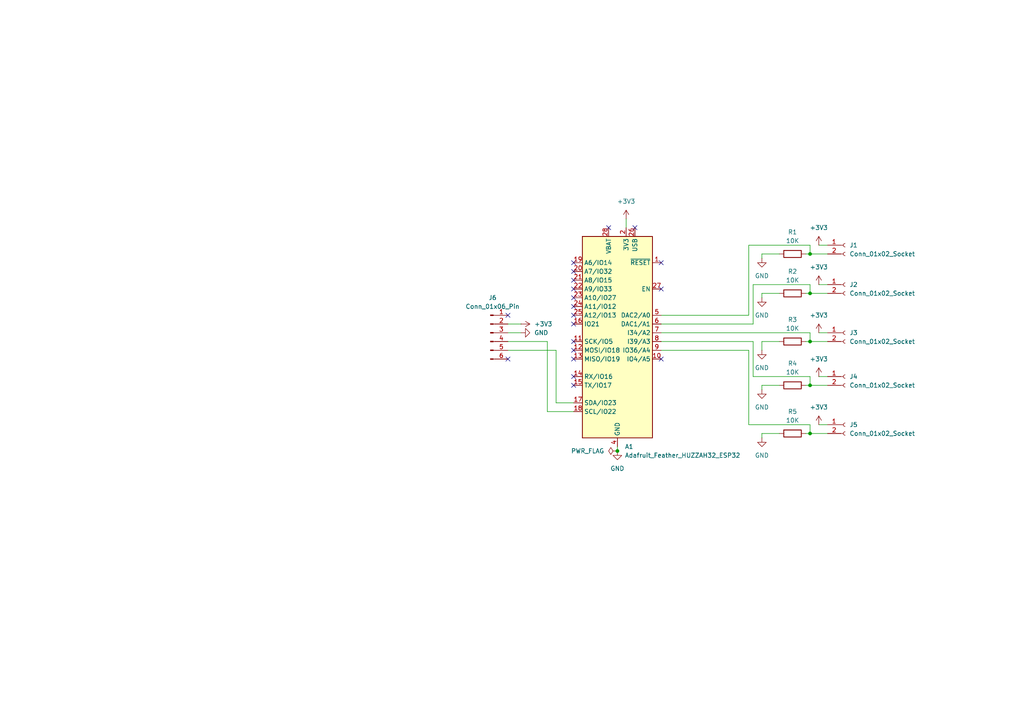
<source format=kicad_sch>
(kicad_sch (version 20250114) (generator "eeschema") (generator_version "9.0")
  (paper "A4")
  (lib_symbols
    (symbol "Connector:Conn_01x02_Socket" (pin_names (offset 1.016) (hide yes))
      (property "Reference" "J" (at 0 2.54 0))
      (property "Value" "Conn_01x02_Socket" (at 0 -5.08 0))
      (symbol "Conn_01x02_Socket_1_1"
        (polyline (pts (xy -1.27 0) (xy -0.508 0)) (stroke (width 0.1524)))
        (polyline (pts (xy -1.27 -2.54) (xy -0.508 -2.54)) (stroke (width 0.1524)))
        (arc (start 0 -0.508) (mid -0.5058 0) (end 0 0.508) (stroke (width 0.1524)))
        (arc (start 0 -3.048) (mid -0.5058 -2.54) (end 0 -2.032) (stroke (width 0.1524)))
        (pin passive line (at -5.08 0 0) (length 3.81) (name "Pin_1") (number "1"))
        (pin passive line (at -5.08 -2.54 0) (length 3.81) (name "Pin_2") (number "2"))
      )
    )
    (symbol "Connector:Conn_01x06_Pin" (pin_names (offset 1.016) (hide yes))
      (property "Reference" "J" (at 0 7.62 0))
      (property "Value" "Conn_01x06_Pin" (at 0 -10.16 0))
      (symbol "Conn_01x06_Pin_1_1"
        (rectangle (start 0.8636 5.207) (end 0 4.953) (stroke (width 0.1524)) (fill (type outline)))
        (rectangle (start 0.8636 2.667) (end 0 2.413) (stroke (width 0.1524)) (fill (type outline)))
        (rectangle (start 0.8636 0.127) (end 0 -0.127) (stroke (width 0.1524)) (fill (type outline)))
        (rectangle (start 0.8636 -2.413) (end 0 -2.667) (stroke (width 0.1524)) (fill (type outline)))
        (rectangle (start 0.8636 -4.953) (end 0 -5.207) (stroke (width 0.1524)) (fill (type outline)))
        (rectangle (start 0.8636 -7.493) (end 0 -7.747) (stroke (width 0.1524)) (fill (type outline)))
        (polyline (pts (xy 1.27 5.08) (xy 0.8636 5.08)) (stroke (width 0.1524)))
        (polyline (pts (xy 1.27 2.54) (xy 0.8636 2.54)) (stroke (width 0.1524)))
        (polyline (pts (xy 1.27 0) (xy 0.8636 0)) (stroke (width 0.1524)))
        (polyline (pts (xy 1.27 -2.54) (xy 0.8636 -2.54)) (stroke (width 0.1524)))
        (polyline (pts (xy 1.27 -5.08) (xy 0.8636 -5.08)) (stroke (width 0.1524)))
        (polyline (pts (xy 1.27 -7.62) (xy 0.8636 -7.62)) (stroke (width 0.1524)))
        (pin passive line (at 5.08 5.08 180) (length 3.81) (name "Pin_1") (number "1"))
        (pin passive line (at 5.08 2.54 180) (length 3.81) (name "Pin_2") (number "2"))
        (pin passive line (at 5.08 0 180) (length 3.81) (name "Pin_3") (number "3"))
        (pin passive line (at 5.08 -2.54 180) (length 3.81) (name "Pin_4") (number "4"))
        (pin passive line (at 5.08 -5.08 180) (length 3.81) (name "Pin_5") (number "5"))
        (pin passive line (at 5.08 -7.62 180) (length 3.81) (name "Pin_6") (number "6"))
      )
    )
    (symbol "Device:R" (pin_numbers (hide yes)) (pin_names (offset 0))
      (property "Reference" "R" (at 2.032 0 90))
      (property "Value" "R" (at 0 0 90))
      (symbol "R_0_1"
        (rectangle (start -1.016 -2.54) (end 1.016 2.54) (stroke (width 0.254)))
      )
      (symbol "R_1_1"
        (pin passive line (at 0 3.81 270) (length 1.27) (name "~") (number "1"))
        (pin passive line (at 0 -3.81 90) (length 1.27) (name "~") (number "2"))
      )
    )
    (symbol "MCU_Module:Adafruit_Feather_HUZZAH32_ESP32"
      (property "Reference" "A1" (at 2.1433 -33.02 0))
      (property "Value" "Adafruit_Feather_HUZZAH32_ESP32" (at 2.1433 -35.56 0))
      (symbol "Adafruit_Feather_HUZZAH32_ESP32_0_1"
        (rectangle (start -10.16 27.94) (end 10.16 -30.48) (stroke (width 0.254)) (fill (type background)))
      )
      (symbol "Adafruit_Feather_HUZZAH32_ESP32_1_1"
        (pin bidirectional line (at -12.7 20.32 0) (length 2.54) (name "A6/IO14") (number "19"))
        (pin bidirectional line (at -12.7 17.78 0) (length 2.54) (name "A7/IO32") (number "20"))
        (pin bidirectional line (at -12.7 15.24 0) (length 2.54) (name "A8/IO15") (number "21"))
        (pin bidirectional line (at -12.7 12.7 0) (length 2.54) (name "A9/IO33") (number "22"))
        (pin bidirectional line (at -12.7 10.16 0) (length 2.54) (name "A10/IO27") (number "23"))
        (pin bidirectional line (at -12.7 7.62 0) (length 2.54) (name "A11/IO12") (number "24"))
        (pin bidirectional line (at -12.7 5.08 0) (length 2.54) (name "A12/IO13") (number "25"))
        (pin bidirectional line (at -12.7 2.54 0) (length 2.54) (name "IO21") (number "16"))
        (pin bidirectional line (at -12.7 -2.54 0) (length 2.54) (name "SCK/IO5") (number "11"))
        (pin bidirectional line (at -12.7 -5.08 0) (length 2.54) (name "MOSI/IO18") (number "12"))
        (pin bidirectional line (at -12.7 -7.62 0) (length 2.54) (name "MISO/IO19") (number "13"))
        (pin bidirectional line (at -12.7 -12.7 0) (length 2.54) (name "RX/IO16") (number "14"))
        (pin bidirectional line (at -12.7 -15.24 0) (length 2.54) (name "TX/IO17") (number "15"))
        (pin bidirectional line (at -12.7 -20.32 0) (length 2.54) (name "SDA/IO23") (number "17"))
        (pin bidirectional line (at -12.7 -22.86 0) (length 2.54) (name "SCL/IO22") (number "18"))
        (pin power_in line (at -2.54 30.48 270) (length 2.54) (name "VBAT") (number "28"))
        (pin power_in line (at 0 -33.02 90) (length 2.54) (name "GND") (number "4"))
        (pin input line (at 2.54 30.48 270) (length 2.54) (name "3V3") (number "2"))
        (pin power_in line (at 5.08 30.48 270) (length 2.54) (name "USB") (number "26"))
        (pin no_connect line (at 10.16 10.16 180) (length 2.54) (hide yes) (name "NC") (number "3"))
        (pin input line (at 12.7 20.32 180) (length 2.54) (name "~{RESET}") (number "1"))
        (pin input line (at 12.7 12.7 180) (length 2.54) (name "EN") (number "27"))
        (pin bidirectional line (at 12.7 5.08 180) (length 2.54) (name "DAC2/A0") (number "5"))
        (pin bidirectional line (at 12.7 2.54 180) (length 2.54) (name "DAC1/A1") (number "6"))
        (pin bidirectional line (at 12.7 0 180) (length 2.54) (name "I34/A2") (number "7"))
        (pin bidirectional line (at 12.7 -2.54 180) (length 2.54) (name "I39/A3") (number "8"))
        (pin bidirectional line (at 12.7 -5.08 180) (length 2.54) (name "IO36/A4") (number "9"))
        (pin bidirectional line (at 12.7 -7.62 180) (length 2.54) (name "IO4/A5") (number "10"))
      )
    )
    (symbol "power:+3V3" (power) (pin_numbers (hide yes)) (pin_names (offset 0) (hide yes))
      (property "Value" "+3V3" (at 0 3.556 0))
      (symbol "+3V3_0_1"
        (polyline (pts (xy -0.762 1.27) (xy 0 2.54)))
        (polyline (pts (xy 0 2.54) (xy 0.762 1.27)))
        (polyline (pts (xy 0 0) (xy 0 2.54)))
      )
      (symbol "+3V3_1_1"
        (pin power_in line (at 0 0 90) (length 0) (name "~") (number "1"))
      )
    )
    (symbol "power:GND" (power) (pin_numbers (hide yes)) (pin_names (offset 0) (hide yes))
      (property "Value" "GND" (at 0 -3.81 0))
      (symbol "GND_0_1"
        (polyline (pts (xy 0 0) (xy 0 -1.27) (xy 1.27 -1.27) (xy 0 -2.54) (xy -1.27 -1.27) (xy 0 -1.27)))
      )
      (symbol "GND_1_1"
        (pin power_in line (at 0 0 270) (length 0) (name "~") (number "1"))
      )
    )
    (symbol "power:PWR_FLAG" (power) (pin_numbers (hide yes)) (pin_names (offset 0) (hide yes))
      (property "Value" "PWR_FLAG" (at 0 3.81 0))
      (symbol "PWR_FLAG_0_0"
        (pin power_out line (at 0 0 90) (length 0) (name "~") (number "1"))
      )
      (symbol "PWR_FLAG_0_1"
        (polyline (pts (xy 0 0) (xy 0 1.27) (xy -1.016 1.905) (xy 0 2.54) (xy 1.016 1.905) (xy 0 1.27)))
      )
    )
  )
  (junction (at 234.95 111.76))
  (junction (at 179.07 130.81))
  (junction (at 234.95 85.09))
  (junction (at 234.95 125.73))
  (junction (at 234.95 99.06))
  (junction (at 234.95 73.66))
  (no_connect (at 166.37 81.28))
  (no_connect (at 166.37 104.14))
  (no_connect (at 191.77 104.14))
  (no_connect (at 166.37 78.74))
  (no_connect (at 191.77 76.2))
  (no_connect (at 191.77 83.82))
  (no_connect (at 184.15 66.04))
  (no_connect (at 166.37 76.2))
  (no_connect (at 166.37 86.36))
  (no_connect (at 176.53 66.04))
  (no_connect (at 166.37 111.76))
  (no_connect (at 166.37 99.06))
  (no_connect (at 147.32 91.44))
  (no_connect (at 166.37 88.9))
  (no_connect (at 166.37 91.44))
  (no_connect (at 166.37 109.22))
  (no_connect (at 166.37 93.98))
  (no_connect (at 147.32 104.14))
  (no_connect (at 166.37 83.82))
  (no_connect (at 166.37 101.6))
  (wire (pts (xy 234.95 85.09) (xy 240.03 85.09)))
  (wire (pts (xy 237.49 96.52) (xy 240.03 96.52)))
  (wire (pts (xy 226.06 111.76) (xy 220.98 111.76)))
  (wire (pts (xy 191.77 99.06) (xy 218.44 99.06)))
  (wire (pts (xy 237.49 123.19) (xy 240.03 123.19)))
  (wire (pts (xy 158.75 99.06) (xy 158.75 119.38)))
  (wire (pts (xy 237.49 82.55) (xy 240.03 82.55)))
  (wire (pts (xy 161.29 116.84) (xy 166.37 116.84)))
  (wire (pts (xy 218.44 82.55) (xy 234.95 82.55)))
  (wire (pts (xy 234.95 111.76) (xy 240.03 111.76)))
  (wire (pts (xy 234.95 125.73) (xy 240.03 125.73)))
  (wire (pts (xy 147.32 99.06) (xy 158.75 99.06)))
  (wire (pts (xy 161.29 101.6) (xy 161.29 116.84)))
  (wire (pts (xy 191.77 101.6) (xy 217.17 101.6)))
  (wire (pts (xy 233.68 99.06) (xy 234.95 99.06)))
  (wire (pts (xy 218.44 93.98) (xy 218.44 82.55)))
  (wire (pts (xy 233.68 73.66) (xy 234.95 73.66)))
  (wire (pts (xy 234.95 73.66) (xy 240.03 73.66)))
  (wire (pts (xy 234.95 71.12) (xy 234.95 73.66)))
  (wire (pts (xy 147.32 93.98) (xy 151.13 93.98)))
  (wire (pts (xy 179.07 129.54) (xy 179.07 130.81)))
  (wire (pts (xy 220.98 111.76) (xy 220.98 113.03)))
  (wire (pts (xy 226.06 73.66) (xy 220.98 73.66)))
  (wire (pts (xy 191.77 91.44) (xy 217.17 91.44)))
  (wire (pts (xy 218.44 99.06) (xy 218.44 109.22)))
  (wire (pts (xy 191.77 96.52) (xy 234.95 96.52)))
  (wire (pts (xy 237.49 109.22) (xy 240.03 109.22)))
  (wire (pts (xy 233.68 85.09) (xy 234.95 85.09)))
  (wire (pts (xy 226.06 125.73) (xy 220.98 125.73)))
  (wire (pts (xy 234.95 82.55) (xy 234.95 85.09)))
  (wire (pts (xy 158.75 119.38) (xy 166.37 119.38)))
  (wire (pts (xy 234.95 99.06) (xy 240.03 99.06)))
  (wire (pts (xy 217.17 71.12) (xy 234.95 71.12)))
  (wire (pts (xy 147.32 96.52) (xy 151.13 96.52)))
  (wire (pts (xy 220.98 73.66) (xy 220.98 74.93)))
  (wire (pts (xy 220.98 85.09) (xy 220.98 86.36)))
  (wire (pts (xy 217.17 123.19) (xy 234.95 123.19)))
  (wire (pts (xy 191.77 93.98) (xy 218.44 93.98)))
  (wire (pts (xy 226.06 85.09) (xy 220.98 85.09)))
  (wire (pts (xy 220.98 125.73) (xy 220.98 127)))
  (wire (pts (xy 234.95 96.52) (xy 234.95 99.06)))
  (wire (pts (xy 237.49 71.12) (xy 240.03 71.12)))
  (wire (pts (xy 220.98 99.06) (xy 220.98 101.6)))
  (wire (pts (xy 217.17 101.6) (xy 217.17 123.19)))
  (wire (pts (xy 226.06 99.06) (xy 220.98 99.06)))
  (wire (pts (xy 234.95 123.19) (xy 234.95 125.73)))
  (wire (pts (xy 233.68 125.73) (xy 234.95 125.73)))
  (wire (pts (xy 233.68 111.76) (xy 234.95 111.76)))
  (wire (pts (xy 147.32 101.6) (xy 161.29 101.6)))
  (wire (pts (xy 218.44 109.22) (xy 234.95 109.22)))
  (wire (pts (xy 217.17 91.44) (xy 217.17 71.12)))
  (wire (pts (xy 234.95 109.22) (xy 234.95 111.76)))
  (wire (pts (xy 181.61 63.5) (xy 181.61 66.04)))
  (symbol (lib_id "Device:R") (at 229.87 73.66 90) (unit 1)
    (property "Reference" "R1" (at 229.87 67.31 90))
    (property "Value" "10K" (at 229.87 69.85 90))
    (property "Footprint" "Resistor_THT:R_Axial_DIN0207_L6.3mm_D2.5mm_P7.62mm_Horizontal" (effects (hide yes)))
    (property "Description" "Resistor" (effects (hide yes)))
  )
  (symbol (lib_id "power:PWR_FLAG") (at 179.07 130.81 90) (unit 1)
    (property "Reference" "#FLG02" (effects (hide yes)))
    (property "Value" "PWR_FLAG" (at 175.26 130.8099 90) (effects (justify left)))
    (property "Description" "Special symbol for telling ERC where power comes from" (effects (hide yes)))
  )
  (symbol (lib_id "power:+3V3") (at 237.49 71.12 0) (unit 1)
    (property "Reference" "#PWR03" (effects (hide yes)))
    (property "Value" "+3V3" (at 237.49 66.04 0))
    (property "Description" "Power symbol creates a global label with name \"+3V3\"" (effects (hide yes)))
  )
  (symbol (lib_id "power:+3V3") (at 237.49 123.19 0) (unit 1)
    (property "Reference" "#PWR014" (effects (hide yes)))
    (property "Value" "+3V3" (at 237.49 118.11 0))
    (property "Description" "Power symbol creates a global label with name \"+3V3\"" (effects (hide yes)))
  )
  (symbol (lib_id "power:+3V3") (at 237.49 82.55 0) (unit 1)
    (property "Reference" "#PWR04" (effects (hide yes)))
    (property "Value" "+3V3" (at 237.49 77.47 0))
    (property "Description" "Power symbol creates a global label with name \"+3V3\"" (effects (hide yes)))
  )
  (symbol (lib_id "power:GND") (at 151.13 96.52 90) (unit 1)
    (property "Reference" "#PWR011" (effects (hide yes)))
    (property "Value" "GND" (at 154.94 96.5199 90) (effects (justify right)))
    (property "Description" "Power symbol creates a global label with name \"GND\" , ground" (effects (hide yes)))
  )
  (symbol (lib_id "Device:R") (at 229.87 111.76 90) (unit 1)
    (property "Reference" "R4" (at 229.87 105.41 90))
    (property "Value" "10K" (at 229.87 107.95 90))
    (property "Footprint" "Resistor_THT:R_Axial_DIN0207_L6.3mm_D2.5mm_P7.62mm_Horizontal" (effects (hide yes)))
    (property "Description" "Resistor" (effects (hide yes)))
  )
  (symbol (lib_id "Connector:Conn_01x06_Pin") (at 142.24 96.52 0) (unit 1)
    (property "Reference" "J6" (at 142.875 86.36 0))
    (property "Value" "Conn_01x06_Pin" (at 142.875 88.9 0))
    (property "Footprint" "Connector_PinSocket_2.54mm:PinSocket_1x06_P2.54mm_Vertical" (effects (hide yes)))
    (property "Description" "Generic connector, single row, 01x06, script generated" (effects (hide yes)))
  )
  (symbol (lib_id "power:+3V3") (at 151.13 93.98 270) (unit 1)
    (property "Reference" "#PWR010" (effects (hide yes)))
    (property "Value" "+3V3" (at 154.94 93.9799 90) (effects (justify left)))
    (property "Description" "Power symbol creates a global label with name \"+3V3\"" (effects (hide yes)))
  )
  (symbol (lib_id "Connector:Conn_01x02_Socket") (at 245.11 82.55 0) (unit 1)
    (property "Reference" "J2" (at 246.38 82.5499 0) (effects (justify left)))
    (property "Value" "Conn_01x02_Socket" (at 246.38 85.0899 0) (effects (justify left)))
    (property "Footprint" "TerminalBlock:TerminalBlock_bornier-2_P5.08mm" (effects (hide yes)))
    (property "Description" "Generic connector, single row, 01x02, script generated" (effects (hide yes)))
  )
  (symbol (lib_id "MCU_Module:Adafruit_Feather_HUZZAH32_ESP32") (at 179.07 96.52 0) (unit 1)
    (property "Reference" "A1" (at 181.2133 129.54 0) (effects (justify left)))
    (property "Value" "Adafruit_Feather_HUZZAH32_ESP32" (at 181.2133 132.08 0) (effects (justify left)))
    (property "Footprint" "Module:Adafruit_Feather" (effects (hide yes)))
    (property "Datasheet" "https://cdn-learn.adafruit.com/downloads/pdf/adafruit-huzzah32-esp32-feather.pdf" (effects (hide yes)))
    (property "Description" "Microcontroller module with ESP32 MCU" (effects (hide yes)))
  )
  (symbol (lib_id "Device:R") (at 229.87 85.09 90) (unit 1)
    (property "Reference" "R2" (at 229.87 78.74 90))
    (property "Value" "10K" (at 229.87 81.28 90))
    (property "Footprint" "Resistor_THT:R_Axial_DIN0207_L6.3mm_D2.5mm_P7.62mm_Horizontal" (effects (hide yes)))
    (property "Description" "Resistor" (effects (hide yes)))
  )
  (symbol (lib_id "power:GND") (at 179.07 130.81 0) (unit 1)
    (property "Reference" "#PWR02" (effects (hide yes)))
    (property "Value" "GND" (at 179.07 135.89 0))
    (property "Description" "Power symbol creates a global label with name \"GND\" , ground" (effects (hide yes)))
  )
  (symbol (lib_id "Device:R") (at 229.87 99.06 90) (unit 1)
    (property "Reference" "R3" (at 229.87 92.71 90))
    (property "Value" "10K" (at 229.87 95.25 90))
    (property "Footprint" "Resistor_THT:R_Axial_DIN0207_L6.3mm_D2.5mm_P7.62mm_Horizontal" (effects (hide yes)))
    (property "Description" "Resistor" (effects (hide yes)))
  )
  (symbol (lib_id "power:GND") (at 220.98 127 0) (unit 1)
    (property "Reference" "#PWR09" (effects (hide yes)))
    (property "Value" "GND" (at 220.98 132.08 0))
    (property "Description" "Power symbol creates a global label with name \"GND\" , ground" (effects (hide yes)))
  )
  (symbol (lib_id "Connector:Conn_01x02_Socket") (at 245.11 123.19 0) (unit 1)
    (property "Reference" "J5" (at 246.38 123.1899 0) (effects (justify left)))
    (property "Value" "Conn_01x02_Socket" (at 246.38 125.7299 0) (effects (justify left)))
    (property "Footprint" "TerminalBlock:TerminalBlock_bornier-2_P5.08mm" (effects (hide yes)))
    (property "Description" "Generic connector, single row, 01x02, script generated" (effects (hide yes)))
  )
  (symbol (lib_id "power:+3V3") (at 237.49 96.52 0) (unit 1)
    (property "Reference" "#PWR012" (effects (hide yes)))
    (property "Value" "+3V3" (at 237.49 91.44 0))
    (property "Description" "Power symbol creates a global label with name \"+3V3\"" (effects (hide yes)))
  )
  (symbol (lib_id "Connector:Conn_01x02_Socket") (at 245.11 96.52 0) (unit 1)
    (property "Reference" "J3" (at 246.38 96.5199 0) (effects (justify left)))
    (property "Value" "Conn_01x02_Socket" (at 246.38 99.0599 0) (effects (justify left)))
    (property "Footprint" "TerminalBlock:TerminalBlock_bornier-2_P5.08mm" (effects (hide yes)))
    (property "Description" "Generic connector, single row, 01x02, script generated" (effects (hide yes)))
  )
  (symbol (lib_id "power:GND") (at 220.98 74.93 0) (unit 1)
    (property "Reference" "#PWR05" (effects (hide yes)))
    (property "Value" "GND" (at 220.98 80.01 0))
    (property "Description" "Power symbol creates a global label with name \"GND\" , ground" (effects (hide yes)))
  )
  (symbol (lib_id "Connector:Conn_01x02_Socket") (at 245.11 109.22 0) (unit 1)
    (property "Reference" "J4" (at 246.38 109.2199 0) (effects (justify left)))
    (property "Value" "Conn_01x02_Socket" (at 246.38 111.7599 0) (effects (justify left)))
    (property "Footprint" "TerminalBlock:TerminalBlock_bornier-2_P5.08mm" (effects (hide yes)))
    (property "Description" "Generic connector, single row, 01x02, script generated" (effects (hide yes)))
  )
  (symbol (lib_id "Device:R") (at 229.87 125.73 90) (unit 1)
    (property "Reference" "R5" (at 229.87 119.38 90))
    (property "Value" "10K" (at 229.87 121.92 90))
    (property "Footprint" "Resistor_THT:R_Axial_DIN0207_L6.3mm_D2.5mm_P7.62mm_Horizontal" (effects (hide yes)))
    (property "Description" "Resistor" (effects (hide yes)))
  )
  (symbol (lib_id "power:GND") (at 220.98 113.03 0) (unit 1)
    (property "Reference" "#PWR08" (effects (hide yes)))
    (property "Value" "GND" (at 220.98 118.11 0))
    (property "Description" "Power symbol creates a global label with name \"GND\" , ground" (effects (hide yes)))
  )
  (symbol (lib_id "power:GND") (at 220.98 101.6 0) (unit 1)
    (property "Reference" "#PWR07" (effects (hide yes)))
    (property "Value" "GND" (at 220.98 106.68 0))
    (property "Description" "Power symbol creates a global label with name \"GND\" , ground" (effects (hide yes)))
  )
  (symbol (lib_id "Connector:Conn_01x02_Socket") (at 245.11 71.12 0) (unit 1)
    (property "Reference" "J1" (at 246.38 71.1199 0) (effects (justify left)))
    (property "Value" "Conn_01x02_Socket" (at 246.38 73.6599 0) (effects (justify left)))
    (property "Footprint" "TerminalBlock:TerminalBlock_bornier-2_P5.08mm" (effects (hide yes)))
    (property "Description" "Generic connector, single row, 01x02, script generated" (effects (hide yes)))
  )
  (symbol (lib_id "power:GND") (at 220.98 86.36 0) (unit 1)
    (property "Reference" "#PWR06" (effects (hide yes)))
    (property "Value" "GND" (at 220.98 91.44 0))
    (property "Description" "Power symbol creates a global label with name \"GND\" , ground" (effects (hide yes)))
  )
  (symbol (lib_id "power:+3V3") (at 181.61 63.5 0) (unit 1)
    (property "Reference" "#PWR01" (effects (hide yes)))
    (property "Value" "+3V3" (at 181.61 58.42 0))
    (property "Description" "Power symbol creates a global label with name \"+3V3\"" (effects (hide yes)))
  )
  (symbol (lib_id "power:+3V3") (at 237.49 109.22 0) (unit 1)
    (property "Reference" "#PWR013" (effects (hide yes)))
    (property "Value" "+3V3" (at 237.49 104.14 0))
    (property "Description" "Power symbol creates a global label with name \"+3V3\"" (effects (hide yes)))
  )
)
</source>
